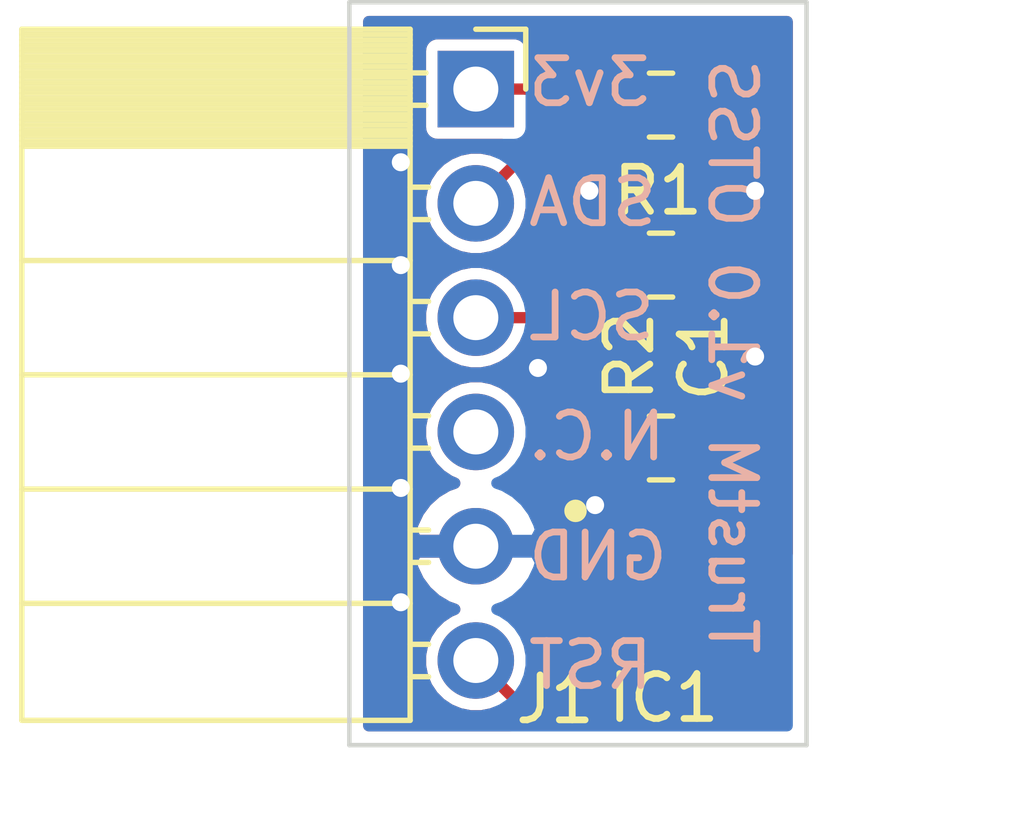
<source format=kicad_pcb>
(kicad_pcb (version 20171130) (host pcbnew "(5.1.5)-3")

  (general
    (thickness 1.6)
    (drawings 11)
    (tracks 52)
    (zones 0)
    (modules 5)
    (nets 12)
  )

  (page A4)
  (title_block
    (title "TrustM breakout board for RPi")
    (date 2020-10-17)
    (rev 1.0)
    (company "OTS Security")
    (comment 1 "CC-BY 4.0")
  )

  (layers
    (0 F.Cu signal)
    (31 B.Cu signal)
    (32 B.Adhes user)
    (33 F.Adhes user)
    (34 B.Paste user)
    (35 F.Paste user)
    (36 B.SilkS user)
    (37 F.SilkS user)
    (38 B.Mask user)
    (39 F.Mask user)
    (40 Dwgs.User user)
    (41 Cmts.User user)
    (42 Eco1.User user)
    (43 Eco2.User user)
    (44 Edge.Cuts user)
    (45 Margin user)
    (46 B.CrtYd user)
    (47 F.CrtYd user)
    (48 B.Fab user hide)
    (49 F.Fab user)
  )

  (setup
    (last_trace_width 0.25)
    (trace_clearance 0.2)
    (zone_clearance 0.254)
    (zone_45_only no)
    (trace_min 0.2)
    (via_size 0.8)
    (via_drill 0.4)
    (via_min_size 0.4)
    (via_min_drill 0.3)
    (uvia_size 0.3)
    (uvia_drill 0.1)
    (uvias_allowed no)
    (uvia_min_size 0.2)
    (uvia_min_drill 0.1)
    (edge_width 0.05)
    (segment_width 0.2)
    (pcb_text_width 0.3)
    (pcb_text_size 1.5 1.5)
    (mod_edge_width 0.12)
    (mod_text_size 1 1)
    (mod_text_width 0.15)
    (pad_size 1.524 1.524)
    (pad_drill 0.762)
    (pad_to_mask_clearance 0.051)
    (solder_mask_min_width 0.25)
    (aux_axis_origin 0 0)
    (visible_elements 7FFFFFFF)
    (pcbplotparams
      (layerselection 0x010fc_ffffffff)
      (usegerberextensions false)
      (usegerberattributes false)
      (usegerberadvancedattributes false)
      (creategerberjobfile false)
      (excludeedgelayer true)
      (linewidth 0.100000)
      (plotframeref false)
      (viasonmask false)
      (mode 1)
      (useauxorigin false)
      (hpglpennumber 1)
      (hpglpenspeed 20)
      (hpglpendiameter 15.000000)
      (psnegative false)
      (psa4output false)
      (plotreference true)
      (plotvalue true)
      (plotinvisibletext false)
      (padsonsilk false)
      (subtractmaskfromsilk false)
      (outputformat 1)
      (mirror false)
      (drillshape 1)
      (scaleselection 1)
      (outputdirectory ""))
  )

  (net 0 "")
  (net 1 GND)
  (net 2 +3V3)
  (net 3 "Net-(IC1-Pad7)")
  (net 4 "Net-(IC1-Pad6)")
  (net 5 "Net-(IC1-Pad5)")
  (net 6 "Net-(IC1-Pad4)")
  (net 7 "Net-(IC1-Pad2)")
  (net 8 "Net-(J1-Pad4)")
  (net 9 /RST)
  (net 10 /SCL)
  (net 11 /SDA)

  (net_class Default "Ceci est la Netclass par défaut."
    (clearance 0.2)
    (trace_width 0.25)
    (via_dia 0.8)
    (via_drill 0.4)
    (uvia_dia 0.3)
    (uvia_drill 0.1)
    (add_net +3V3)
    (add_net /RST)
    (add_net /SCL)
    (add_net /SDA)
    (add_net GND)
    (add_net "Net-(IC1-Pad2)")
    (add_net "Net-(IC1-Pad4)")
    (add_net "Net-(IC1-Pad5)")
    (add_net "Net-(IC1-Pad6)")
    (add_net "Net-(IC1-Pad7)")
    (add_net "Net-(J1-Pad4)")
  )

  (module Resistor_SMD:R_0805_2012Metric (layer F.Cu) (tedit 5B36C52B) (tstamp 5F6F5FD2)
    (at 146.626 96.012 180)
    (descr "Resistor SMD 0805 (2012 Metric), square (rectangular) end terminal, IPC_7351 nominal, (Body size source: https://docs.google.com/spreadsheets/d/1BsfQQcO9C6DZCsRaXUlFlo91Tg2WpOkGARC1WS5S8t0/edit?usp=sharing), generated with kicad-footprint-generator")
    (tags resistor)
    (path /5F6F9937)
    (attr smd)
    (fp_text reference R2 (at 0.703 -2.032 90) (layer F.SilkS)
      (effects (font (size 1 1) (thickness 0.15)))
    )
    (fp_text value 4.7k (at -5.012 -0.1778) (layer F.Fab)
      (effects (font (size 1 1) (thickness 0.15)))
    )
    (fp_text user %R (at -0.05 0.02) (layer F.Fab)
      (effects (font (size 0.5 0.5) (thickness 0.08)))
    )
    (fp_line (start 1.68 0.95) (end -1.68 0.95) (layer F.CrtYd) (width 0.05))
    (fp_line (start 1.68 -0.95) (end 1.68 0.95) (layer F.CrtYd) (width 0.05))
    (fp_line (start -1.68 -0.95) (end 1.68 -0.95) (layer F.CrtYd) (width 0.05))
    (fp_line (start -1.68 0.95) (end -1.68 -0.95) (layer F.CrtYd) (width 0.05))
    (fp_line (start -0.258578 0.71) (end 0.258578 0.71) (layer F.SilkS) (width 0.12))
    (fp_line (start -0.258578 -0.71) (end 0.258578 -0.71) (layer F.SilkS) (width 0.12))
    (fp_line (start 1 0.6) (end -1 0.6) (layer F.Fab) (width 0.1))
    (fp_line (start 1 -0.6) (end 1 0.6) (layer F.Fab) (width 0.1))
    (fp_line (start -1 -0.6) (end 1 -0.6) (layer F.Fab) (width 0.1))
    (fp_line (start -1 0.6) (end -1 -0.6) (layer F.Fab) (width 0.1))
    (pad 2 smd roundrect (at 0.9375 0 180) (size 0.975 1.4) (layers F.Cu F.Paste F.Mask) (roundrect_rratio 0.25)
      (net 10 /SCL))
    (pad 1 smd roundrect (at -0.9375 0 180) (size 0.975 1.4) (layers F.Cu F.Paste F.Mask) (roundrect_rratio 0.25)
      (net 2 +3V3))
    (model ${KIPRJMOD}/shapes3D/R_0805_2012Metric.wrl
      (at (xyz 0 0 0))
      (scale (xyz 1 1 1))
      (rotate (xyz 0 0 0))
    )
  )

  (module Resistor_SMD:R_0805_2012Metric (layer F.Cu) (tedit 5B36C52B) (tstamp 5F6F5FC1)
    (at 146.626 92.456 180)
    (descr "Resistor SMD 0805 (2012 Metric), square (rectangular) end terminal, IPC_7351 nominal, (Body size source: https://docs.google.com/spreadsheets/d/1BsfQQcO9C6DZCsRaXUlFlo91Tg2WpOkGARC1WS5S8t0/edit?usp=sharing), generated with kicad-footprint-generator")
    (tags resistor)
    (path /5F6F7C19)
    (attr smd)
    (fp_text reference R1 (at 0.068 -1.905 180) (layer F.SilkS)
      (effects (font (size 1 1) (thickness 0.15)))
    )
    (fp_text value 4.7k (at -5.0628 0.0254) (layer F.Fab)
      (effects (font (size 1 1) (thickness 0.15)))
    )
    (fp_text user %R (at 0 0) (layer F.Fab)
      (effects (font (size 0.5 0.5) (thickness 0.08)))
    )
    (fp_line (start 1.68 0.95) (end -1.68 0.95) (layer F.CrtYd) (width 0.05))
    (fp_line (start 1.68 -0.95) (end 1.68 0.95) (layer F.CrtYd) (width 0.05))
    (fp_line (start -1.68 -0.95) (end 1.68 -0.95) (layer F.CrtYd) (width 0.05))
    (fp_line (start -1.68 0.95) (end -1.68 -0.95) (layer F.CrtYd) (width 0.05))
    (fp_line (start -0.258578 0.71) (end 0.258578 0.71) (layer F.SilkS) (width 0.12))
    (fp_line (start -0.258578 -0.71) (end 0.258578 -0.71) (layer F.SilkS) (width 0.12))
    (fp_line (start 1 0.6) (end -1 0.6) (layer F.Fab) (width 0.1))
    (fp_line (start 1 -0.6) (end 1 0.6) (layer F.Fab) (width 0.1))
    (fp_line (start -1 -0.6) (end 1 -0.6) (layer F.Fab) (width 0.1))
    (fp_line (start -1 0.6) (end -1 -0.6) (layer F.Fab) (width 0.1))
    (pad 2 smd roundrect (at 0.9375 0 180) (size 0.975 1.4) (layers F.Cu F.Paste F.Mask) (roundrect_rratio 0.25)
      (net 11 /SDA))
    (pad 1 smd roundrect (at -0.9375 0 180) (size 0.975 1.4) (layers F.Cu F.Paste F.Mask) (roundrect_rratio 0.25)
      (net 2 +3V3))
    (model ${KIPRJMOD}/shapes3D/R_0805_2012Metric.wrl
      (at (xyz 0 0 0))
      (scale (xyz 1 1 1))
      (rotate (xyz 0 0 0))
    )
  )

  (module Connector_PinSocket_2.54mm:PinSocket_1x06_P2.54mm_Horizontal (layer F.Cu) (tedit 5A19A42D) (tstamp 5F6F5FB0)
    (at 142.51 92.1)
    (descr "Through hole angled socket strip, 1x06, 2.54mm pitch, 8.51mm socket length, single row (from Kicad 4.0.7), script generated")
    (tags "Through hole angled socket strip THT 1x06 2.54mm single row")
    (path /5F6F63C5)
    (fp_text reference J1 (at 1.762 13.564) (layer F.SilkS)
      (effects (font (size 1 1) (thickness 0.15)))
    )
    (fp_text value Conn_01x06 (at -4.38 15.47) (layer F.Fab)
      (effects (font (size 1 1) (thickness 0.15)))
    )
    (fp_text user %R (at -5.775 6.35 90) (layer F.Fab)
      (effects (font (size 1 1) (thickness 0.15)))
    )
    (fp_line (start 1.75 14.45) (end 1.75 -1.8) (layer F.CrtYd) (width 0.05))
    (fp_line (start -10.55 14.45) (end 1.75 14.45) (layer F.CrtYd) (width 0.05))
    (fp_line (start -10.55 -1.8) (end -10.55 14.45) (layer F.CrtYd) (width 0.05))
    (fp_line (start 1.75 -1.8) (end -10.55 -1.8) (layer F.CrtYd) (width 0.05))
    (fp_line (start 0 -1.33) (end 1.11 -1.33) (layer F.SilkS) (width 0.12))
    (fp_line (start 1.11 -1.33) (end 1.11 0) (layer F.SilkS) (width 0.12))
    (fp_line (start -10.09 -1.33) (end -10.09 14.03) (layer F.SilkS) (width 0.12))
    (fp_line (start -10.09 14.03) (end -1.46 14.03) (layer F.SilkS) (width 0.12))
    (fp_line (start -1.46 -1.33) (end -1.46 14.03) (layer F.SilkS) (width 0.12))
    (fp_line (start -10.09 -1.33) (end -1.46 -1.33) (layer F.SilkS) (width 0.12))
    (fp_line (start -10.09 11.43) (end -1.46 11.43) (layer F.SilkS) (width 0.12))
    (fp_line (start -10.09 8.89) (end -1.46 8.89) (layer F.SilkS) (width 0.12))
    (fp_line (start -10.09 6.35) (end -1.46 6.35) (layer F.SilkS) (width 0.12))
    (fp_line (start -10.09 3.81) (end -1.46 3.81) (layer F.SilkS) (width 0.12))
    (fp_line (start -10.09 1.27) (end -1.46 1.27) (layer F.SilkS) (width 0.12))
    (fp_line (start -1.46 13.06) (end -1.05 13.06) (layer F.SilkS) (width 0.12))
    (fp_line (start -1.46 12.34) (end -1.05 12.34) (layer F.SilkS) (width 0.12))
    (fp_line (start -1.46 10.52) (end -1.05 10.52) (layer F.SilkS) (width 0.12))
    (fp_line (start -1.46 9.8) (end -1.05 9.8) (layer F.SilkS) (width 0.12))
    (fp_line (start -1.46 7.98) (end -1.05 7.98) (layer F.SilkS) (width 0.12))
    (fp_line (start -1.46 7.26) (end -1.05 7.26) (layer F.SilkS) (width 0.12))
    (fp_line (start -1.46 5.44) (end -1.05 5.44) (layer F.SilkS) (width 0.12))
    (fp_line (start -1.46 4.72) (end -1.05 4.72) (layer F.SilkS) (width 0.12))
    (fp_line (start -1.46 2.9) (end -1.05 2.9) (layer F.SilkS) (width 0.12))
    (fp_line (start -1.46 2.18) (end -1.05 2.18) (layer F.SilkS) (width 0.12))
    (fp_line (start -1.46 0.36) (end -1.11 0.36) (layer F.SilkS) (width 0.12))
    (fp_line (start -1.46 -0.36) (end -1.11 -0.36) (layer F.SilkS) (width 0.12))
    (fp_line (start -10.09 1.1519) (end -1.46 1.1519) (layer F.SilkS) (width 0.12))
    (fp_line (start -10.09 1.033805) (end -1.46 1.033805) (layer F.SilkS) (width 0.12))
    (fp_line (start -10.09 0.91571) (end -1.46 0.91571) (layer F.SilkS) (width 0.12))
    (fp_line (start -10.09 0.797615) (end -1.46 0.797615) (layer F.SilkS) (width 0.12))
    (fp_line (start -10.09 0.67952) (end -1.46 0.67952) (layer F.SilkS) (width 0.12))
    (fp_line (start -10.09 0.561425) (end -1.46 0.561425) (layer F.SilkS) (width 0.12))
    (fp_line (start -10.09 0.44333) (end -1.46 0.44333) (layer F.SilkS) (width 0.12))
    (fp_line (start -10.09 0.325235) (end -1.46 0.325235) (layer F.SilkS) (width 0.12))
    (fp_line (start -10.09 0.20714) (end -1.46 0.20714) (layer F.SilkS) (width 0.12))
    (fp_line (start -10.09 0.089045) (end -1.46 0.089045) (layer F.SilkS) (width 0.12))
    (fp_line (start -10.09 -0.02905) (end -1.46 -0.02905) (layer F.SilkS) (width 0.12))
    (fp_line (start -10.09 -0.147145) (end -1.46 -0.147145) (layer F.SilkS) (width 0.12))
    (fp_line (start -10.09 -0.26524) (end -1.46 -0.26524) (layer F.SilkS) (width 0.12))
    (fp_line (start -10.09 -0.383335) (end -1.46 -0.383335) (layer F.SilkS) (width 0.12))
    (fp_line (start -10.09 -0.50143) (end -1.46 -0.50143) (layer F.SilkS) (width 0.12))
    (fp_line (start -10.09 -0.619525) (end -1.46 -0.619525) (layer F.SilkS) (width 0.12))
    (fp_line (start -10.09 -0.73762) (end -1.46 -0.73762) (layer F.SilkS) (width 0.12))
    (fp_line (start -10.09 -0.855715) (end -1.46 -0.855715) (layer F.SilkS) (width 0.12))
    (fp_line (start -10.09 -0.97381) (end -1.46 -0.97381) (layer F.SilkS) (width 0.12))
    (fp_line (start -10.09 -1.091905) (end -1.46 -1.091905) (layer F.SilkS) (width 0.12))
    (fp_line (start -10.09 -1.21) (end -1.46 -1.21) (layer F.SilkS) (width 0.12))
    (fp_line (start 0 13) (end 0 12.4) (layer F.Fab) (width 0.1))
    (fp_line (start -1.52 13) (end 0 13) (layer F.Fab) (width 0.1))
    (fp_line (start 0 12.4) (end -1.52 12.4) (layer F.Fab) (width 0.1))
    (fp_line (start 0 10.46) (end 0 9.86) (layer F.Fab) (width 0.1))
    (fp_line (start -1.52 10.46) (end 0 10.46) (layer F.Fab) (width 0.1))
    (fp_line (start 0 9.86) (end -1.52 9.86) (layer F.Fab) (width 0.1))
    (fp_line (start 0 7.92) (end 0 7.32) (layer F.Fab) (width 0.1))
    (fp_line (start -1.52 7.92) (end 0 7.92) (layer F.Fab) (width 0.1))
    (fp_line (start 0 7.32) (end -1.52 7.32) (layer F.Fab) (width 0.1))
    (fp_line (start 0 5.38) (end 0 4.78) (layer F.Fab) (width 0.1))
    (fp_line (start -1.52 5.38) (end 0 5.38) (layer F.Fab) (width 0.1))
    (fp_line (start 0 4.78) (end -1.52 4.78) (layer F.Fab) (width 0.1))
    (fp_line (start 0 2.84) (end 0 2.24) (layer F.Fab) (width 0.1))
    (fp_line (start -1.52 2.84) (end 0 2.84) (layer F.Fab) (width 0.1))
    (fp_line (start 0 2.24) (end -1.52 2.24) (layer F.Fab) (width 0.1))
    (fp_line (start 0 0.3) (end 0 -0.3) (layer F.Fab) (width 0.1))
    (fp_line (start -1.52 0.3) (end 0 0.3) (layer F.Fab) (width 0.1))
    (fp_line (start 0 -0.3) (end -1.52 -0.3) (layer F.Fab) (width 0.1))
    (fp_line (start -10.03 13.97) (end -10.03 -1.27) (layer F.Fab) (width 0.1))
    (fp_line (start -1.52 13.97) (end -10.03 13.97) (layer F.Fab) (width 0.1))
    (fp_line (start -1.52 -0.3) (end -1.52 13.97) (layer F.Fab) (width 0.1))
    (fp_line (start -2.49 -1.27) (end -1.52 -0.3) (layer F.Fab) (width 0.1))
    (fp_line (start -10.03 -1.27) (end -2.49 -1.27) (layer F.Fab) (width 0.1))
    (pad 6 thru_hole oval (at 0 12.7) (size 1.7 1.7) (drill 1) (layers *.Cu *.Mask)
      (net 9 /RST))
    (pad 5 thru_hole oval (at 0 10.16) (size 1.7 1.7) (drill 1) (layers *.Cu *.Mask)
      (net 1 GND))
    (pad 4 thru_hole oval (at 0 7.62) (size 1.7 1.7) (drill 1) (layers *.Cu *.Mask)
      (net 8 "Net-(J1-Pad4)"))
    (pad 3 thru_hole oval (at 0 5.08) (size 1.7 1.7) (drill 1) (layers *.Cu *.Mask)
      (net 10 /SCL))
    (pad 2 thru_hole oval (at 0 2.54) (size 1.7 1.7) (drill 1) (layers *.Cu *.Mask)
      (net 11 /SDA))
    (pad 1 thru_hole rect (at 0 0) (size 1.7 1.7) (drill 1) (layers *.Cu *.Mask)
      (net 2 +3V3))
    (model ${KIPRJMOD}/shapes3D/PinSocket_1x06_P2.54mm_Horizontal.wrl
      (at (xyz 0 0 0))
      (scale (xyz 1 1 1))
      (rotate (xyz 0 0 0))
    )
  )

  (module SamacSys_Parts:SON50P300X300X60-11N-D (layer F.Cu) (tedit 0) (tstamp 5F6F5F5E)
    (at 146.626 103.124)
    (descr PG-USON)
    (tags "Integrated Circuit")
    (path /5F6F0C33)
    (attr smd)
    (fp_text reference IC1 (at 0.059 2.51 180) (layer F.SilkS)
      (effects (font (size 1 1) (thickness 0.15)))
    )
    (fp_text value SLS32AIA010MSUSON10XTMA2 (at 0 0) (layer F.SilkS) hide
      (effects (font (size 1.27 1.27) (thickness 0.254)))
    )
    (fp_circle (center -1.9 -1.65) (end -1.9 -1.525) (layer F.SilkS) (width 0.25))
    (fp_line (start -1.5 -0.75) (end -0.75 -1.5) (layer F.Fab) (width 0.1))
    (fp_line (start -1.5 1.5) (end -1.5 -1.5) (layer F.Fab) (width 0.1))
    (fp_line (start 1.5 1.5) (end -1.5 1.5) (layer F.Fab) (width 0.1))
    (fp_line (start 1.5 -1.5) (end 1.5 1.5) (layer F.Fab) (width 0.1))
    (fp_line (start -1.5 -1.5) (end 1.5 -1.5) (layer F.Fab) (width 0.1))
    (fp_line (start -2.125 1.75) (end -2.125 -1.75) (layer F.CrtYd) (width 0.05))
    (fp_line (start 2.125 1.75) (end -2.125 1.75) (layer F.CrtYd) (width 0.05))
    (fp_line (start 2.125 -1.75) (end 2.125 1.75) (layer F.CrtYd) (width 0.05))
    (fp_line (start -2.125 -1.75) (end 2.125 -1.75) (layer F.CrtYd) (width 0.05))
    (fp_text user %R (at 0 0) (layer F.Fab)
      (effects (font (size 1.27 1.27) (thickness 0.254)))
    )
    (pad 11 smd rect (at 0 0) (size 1.8 2.6) (layers F.Cu F.Paste F.Mask)
      (net 1 GND))
    (pad 10 smd rect (at 1.5 -1 90) (size 0.3 0.8) (layers F.Cu F.Paste F.Mask)
      (net 2 +3V3))
    (pad 9 smd rect (at 1.5 -0.5 90) (size 0.3 0.8) (layers F.Cu F.Paste F.Mask)
      (net 9 /RST))
    (pad 8 smd rect (at 1.5 0 90) (size 0.3 0.8) (layers F.Cu F.Paste F.Mask)
      (net 10 /SCL))
    (pad 7 smd rect (at 1.5 0.5 90) (size 0.3 0.8) (layers F.Cu F.Paste F.Mask)
      (net 3 "Net-(IC1-Pad7)"))
    (pad 6 smd rect (at 1.5 1 90) (size 0.3 0.8) (layers F.Cu F.Paste F.Mask)
      (net 4 "Net-(IC1-Pad6)"))
    (pad 5 smd rect (at -1.5 1 90) (size 0.3 0.8) (layers F.Cu F.Paste F.Mask)
      (net 5 "Net-(IC1-Pad5)"))
    (pad 4 smd rect (at -1.5 0.5 90) (size 0.3 0.8) (layers F.Cu F.Paste F.Mask)
      (net 6 "Net-(IC1-Pad4)"))
    (pad 3 smd rect (at -1.5 0 90) (size 0.3 0.8) (layers F.Cu F.Paste F.Mask)
      (net 11 /SDA))
    (pad 2 smd rect (at -1.5 -0.5 90) (size 0.3 0.8) (layers F.Cu F.Paste F.Mask)
      (net 7 "Net-(IC1-Pad2)"))
    (pad 1 smd rect (at -1.5 -1 90) (size 0.3 0.8) (layers F.Cu F.Paste F.Mask)
      (net 1 GND))
    (model ${KIPRJMOD}/shapes3D/SLS32AIA010MSUSON10XTMA2.stp
      (at (xyz 0 0 0))
      (scale (xyz 1 1 1))
      (rotate (xyz 0 0 0))
    )
  )

  (module Capacitor_SMD:C_0805_2012Metric (layer F.Cu) (tedit 5B36C52B) (tstamp 5F6F5F44)
    (at 146.626 100.076 180)
    (descr "Capacitor SMD 0805 (2012 Metric), square (rectangular) end terminal, IPC_7351 nominal, (Body size source: https://docs.google.com/spreadsheets/d/1BsfQQcO9C6DZCsRaXUlFlo91Tg2WpOkGARC1WS5S8t0/edit?usp=sharing), generated with kicad-footprint-generator")
    (tags capacitor)
    (path /5F7037F1)
    (attr smd)
    (fp_text reference C1 (at -0.948 2.032 90) (layer F.SilkS)
      (effects (font (size 1 1) (thickness 0.15)))
    )
    (fp_text value 100nF (at -5.647 0.0254) (layer F.Fab)
      (effects (font (size 1 1) (thickness 0.15)))
    )
    (fp_text user %R (at 0 0) (layer F.Fab)
      (effects (font (size 0.5 0.5) (thickness 0.08)))
    )
    (fp_line (start 1.68 0.95) (end -1.68 0.95) (layer F.CrtYd) (width 0.05))
    (fp_line (start 1.68 -0.95) (end 1.68 0.95) (layer F.CrtYd) (width 0.05))
    (fp_line (start -1.68 -0.95) (end 1.68 -0.95) (layer F.CrtYd) (width 0.05))
    (fp_line (start -1.68 0.95) (end -1.68 -0.95) (layer F.CrtYd) (width 0.05))
    (fp_line (start -0.258578 0.71) (end 0.258578 0.71) (layer F.SilkS) (width 0.12))
    (fp_line (start -0.258578 -0.71) (end 0.258578 -0.71) (layer F.SilkS) (width 0.12))
    (fp_line (start 1 0.6) (end -1 0.6) (layer F.Fab) (width 0.1))
    (fp_line (start 1 -0.6) (end 1 0.6) (layer F.Fab) (width 0.1))
    (fp_line (start -1 -0.6) (end 1 -0.6) (layer F.Fab) (width 0.1))
    (fp_line (start -1 0.6) (end -1 -0.6) (layer F.Fab) (width 0.1))
    (pad 2 smd roundrect (at 0.9375 0 180) (size 0.975 1.4) (layers F.Cu F.Paste F.Mask) (roundrect_rratio 0.25)
      (net 1 GND))
    (pad 1 smd roundrect (at -0.9375 0 180) (size 0.975 1.4) (layers F.Cu F.Paste F.Mask) (roundrect_rratio 0.25)
      (net 2 +3V3))
    (model ${KIPRJMOD}/shapes3D/C_0805_2012Metric.wrl
      (at (xyz 0 0 0))
      (scale (xyz 1 1 1))
      (rotate (xyz 0 0 0))
    )
  )

  (gr_text RST (at 145.05781 104.902) (layer B.SilkS) (tstamp 5F6F7327)
    (effects (font (size 1 1) (thickness 0.15)) (justify mirror))
  )
  (gr_text GND (at 145.224476 102.489) (layer B.SilkS) (tstamp 5F6F7324)
    (effects (font (size 1 1) (thickness 0.15)) (justify mirror))
  )
  (gr_text N.C. (at 145.200667 99.822) (layer B.SilkS) (tstamp 5F6F7321)
    (effects (font (size 1 1) (thickness 0.15)) (justify mirror))
  )
  (gr_text SCL (at 145.081619 97.155) (layer B.SilkS) (tstamp 5F6F731E)
    (effects (font (size 1 1) (thickness 0.15)) (justify mirror))
  )
  (gr_text SDA (at 145.105429 94.615) (layer B.SilkS) (tstamp 5F6F71CA)
    (effects (font (size 1 1) (thickness 0.15)) (justify mirror))
  )
  (gr_text 3v3 (at 145.034 91.948) (layer B.SilkS) (tstamp 5F6F71C5)
    (effects (font (size 1 1) (thickness 0.15)) (justify mirror))
  )
  (gr_text "TrustM v1.0 OTSS\n" (at 148.209 98.044 270) (layer B.SilkS)
    (effects (font (size 1 1) (thickness 0.15)) (justify mirror))
  )
  (gr_line (start 149.86 90.17) (end 149.86 106.68) (layer Edge.Cuts) (width 0.1))
  (gr_line (start 139.7 90.17) (end 149.86 90.17) (layer Edge.Cuts) (width 0.1))
  (gr_line (start 139.7 106.68) (end 139.7 90.17) (layer Edge.Cuts) (width 0.1))
  (gr_line (start 149.86 106.68) (end 139.7 106.68) (layer Edge.Cuts) (width 0.1))

  (via (at 145.161 101.346) (size 0.8) (drill 0.4) (layers F.Cu B.Cu) (net 1))
  (via (at 148.717 94.361) (size 0.8) (drill 0.4) (layers F.Cu B.Cu) (net 1))
  (via (at 148.717 98.044) (size 0.8) (drill 0.4) (layers F.Cu B.Cu) (net 1))
  (via (at 145.034 94.361) (size 0.8) (drill 0.4) (layers F.Cu B.Cu) (net 1))
  (segment (start 145.6885 100.8185) (end 145.161 101.346) (width 0.25) (layer F.Cu) (net 1))
  (segment (start 145.6885 100.076) (end 145.6885 100.8185) (width 0.25) (layer F.Cu) (net 1))
  (segment (start 145.126 101.381) (end 145.161 101.346) (width 0.25) (layer F.Cu) (net 1))
  (segment (start 145.126 102.124) (end 145.126 101.381) (width 0.25) (layer F.Cu) (net 1))
  (segment (start 146.626 102.988998) (end 146.626 103.124) (width 0.25) (layer F.Cu) (net 1))
  (segment (start 145.761002 102.124) (end 146.626 102.988998) (width 0.25) (layer F.Cu) (net 1))
  (segment (start 145.126 102.124) (end 145.761002 102.124) (width 0.25) (layer F.Cu) (net 1))
  (via (at 140.843 93.726) (size 0.8) (drill 0.4) (layers F.Cu B.Cu) (net 1))
  (via (at 140.843 96.012) (size 0.8) (drill 0.4) (layers F.Cu B.Cu) (net 1))
  (via (at 140.843 98.425) (size 0.8) (drill 0.4) (layers F.Cu B.Cu) (net 1))
  (via (at 140.843 100.965) (size 0.8) (drill 0.4) (layers F.Cu B.Cu) (net 1))
  (via (at 140.843 103.505) (size 0.8) (drill 0.4) (layers F.Cu B.Cu) (net 1))
  (via (at 143.891 98.298) (size 0.8) (drill 0.4) (layers F.Cu B.Cu) (net 1))
  (segment (start 148.126 100.6385) (end 148.126 102.124) (width 0.25) (layer F.Cu) (net 2))
  (segment (start 147.5635 100.076) (end 148.126 100.6385) (width 0.25) (layer F.Cu) (net 2))
  (segment (start 147.5635 92.456) (end 147.5635 96.012) (width 0.25) (layer F.Cu) (net 2))
  (segment (start 147.5635 96.712) (end 147.5635 100.076) (width 0.25) (layer F.Cu) (net 2))
  (segment (start 147.5635 96.012) (end 147.5635 96.712) (width 0.25) (layer F.Cu) (net 2))
  (segment (start 146.53849 91.43099) (end 147.077973 91.970473) (width 0.25) (layer F.Cu) (net 2))
  (segment (start 144.27901 91.43099) (end 146.53849 91.43099) (width 0.25) (layer F.Cu) (net 2))
  (segment (start 143.61 92.1) (end 144.27901 91.43099) (width 0.25) (layer F.Cu) (net 2))
  (segment (start 147.077973 91.970473) (end 147.5635 92.456) (width 0.25) (layer F.Cu) (net 2))
  (segment (start 142.51 92.1) (end 143.61 92.1) (width 0.25) (layer F.Cu) (net 2))
  (segment (start 143.359999 105.649999) (end 142.51 104.8) (width 0.25) (layer F.Cu) (net 9))
  (segment (start 148.371413 105.649999) (end 143.359999 105.649999) (width 0.25) (layer F.Cu) (net 9))
  (segment (start 149.30101 104.720402) (end 148.371413 105.649999) (width 0.25) (layer F.Cu) (net 9))
  (segment (start 149.301011 103.012601) (end 149.30101 104.720402) (width 0.25) (layer F.Cu) (net 9))
  (segment (start 148.91241 102.624) (end 149.301011 103.012601) (width 0.25) (layer F.Cu) (net 9))
  (segment (start 148.126 102.624) (end 148.91241 102.624) (width 0.25) (layer F.Cu) (net 9))
  (segment (start 144.5205 97.18) (end 145.6885 96.012) (width 0.25) (layer F.Cu) (net 10))
  (segment (start 148.776 103.124) (end 148.126 103.124) (width 0.25) (layer F.Cu) (net 10))
  (segment (start 148.851001 103.199001) (end 148.776 103.124) (width 0.25) (layer F.Cu) (net 10))
  (segment (start 148.636001 104.749001) (end 148.851001 104.534001) (width 0.25) (layer F.Cu) (net 10))
  (segment (start 144.615999 104.749001) (end 148.636001 104.749001) (width 0.25) (layer F.Cu) (net 10))
  (segment (start 143.950989 104.083991) (end 144.615999 104.749001) (width 0.25) (layer F.Cu) (net 10))
  (segment (start 143.950989 99.672751) (end 143.950989 104.083991) (width 0.25) (layer F.Cu) (net 10))
  (segment (start 145.6885 97.93524) (end 143.950989 99.672751) (width 0.25) (layer F.Cu) (net 10))
  (segment (start 148.851001 104.534001) (end 148.851001 103.199001) (width 0.25) (layer F.Cu) (net 10))
  (segment (start 145.6885 96.012) (end 145.6885 97.93524) (width 0.25) (layer F.Cu) (net 10))
  (segment (start 142.51 97.18) (end 144.5205 97.18) (width 0.25) (layer F.Cu) (net 10))
  (segment (start 144.400999 103.048999) (end 144.476 103.124) (width 0.25) (layer F.Cu) (net 11))
  (segment (start 144.400999 99.859151) (end 144.400999 103.048999) (width 0.25) (layer F.Cu) (net 11))
  (segment (start 144.476 103.124) (end 145.126 103.124) (width 0.25) (layer F.Cu) (net 11))
  (segment (start 146.50101 97.75914) (end 144.400999 99.859151) (width 0.25) (layer F.Cu) (net 11))
  (segment (start 146.50101 93.26851) (end 146.50101 97.75914) (width 0.25) (layer F.Cu) (net 11))
  (segment (start 145.6885 92.456) (end 146.50101 93.26851) (width 0.25) (layer F.Cu) (net 11))
  (segment (start 144.694 92.456) (end 145.6885 92.456) (width 0.25) (layer F.Cu) (net 11))
  (segment (start 142.51 94.64) (end 144.694 92.456) (width 0.25) (layer F.Cu) (net 11))

  (zone (net 1) (net_name GND) (layer F.Cu) (tstamp 0) (hatch edge 0.508)
    (connect_pads (clearance 0.254))
    (min_thickness 0.254)
    (fill yes (arc_segments 32) (thermal_gap 0.508) (thermal_bridge_width 0.508))
    (polygon
      (pts
        (xy 149.86 106.68) (xy 139.7 106.68) (xy 139.7 90.17) (xy 149.86 90.17)
      )
    )
    (filled_polygon
      (pts
        (xy 149.429001 102.424999) (xy 149.287786 102.283785) (xy 149.271937 102.264473) (xy 149.194889 102.201241) (xy 149.106985 102.154255)
        (xy 149.011603 102.125322) (xy 148.937264 102.118) (xy 148.937256 102.118) (xy 148.91241 102.115553) (xy 148.908843 102.115904)
        (xy 148.908843 101.974) (xy 148.901487 101.899311) (xy 148.879701 101.827492) (xy 148.844322 101.761304) (xy 148.796711 101.703289)
        (xy 148.738696 101.655678) (xy 148.672508 101.620299) (xy 148.632 101.608011) (xy 148.632 100.663345) (xy 148.634447 100.638499)
        (xy 148.632 100.613653) (xy 148.632 100.613646) (xy 148.624678 100.539307) (xy 148.622538 100.53225) (xy 148.595745 100.443925)
        (xy 148.591256 100.435527) (xy 148.548759 100.356021) (xy 148.485527 100.278973) (xy 148.46622 100.263128) (xy 148.433843 100.230751)
        (xy 148.433843 99.61975) (xy 148.421803 99.497508) (xy 148.386146 99.379963) (xy 148.328243 99.271634) (xy 148.250318 99.176682)
        (xy 148.155366 99.098757) (xy 148.0695 99.052861) (xy 148.0695 97.035139) (xy 148.155366 96.989243) (xy 148.250318 96.911318)
        (xy 148.328243 96.816366) (xy 148.386146 96.708037) (xy 148.421803 96.590492) (xy 148.433843 96.46825) (xy 148.433843 95.55575)
        (xy 148.421803 95.433508) (xy 148.386146 95.315963) (xy 148.328243 95.207634) (xy 148.250318 95.112682) (xy 148.155366 95.034757)
        (xy 148.0695 94.988861) (xy 148.0695 93.479139) (xy 148.155366 93.433243) (xy 148.250318 93.355318) (xy 148.328243 93.260366)
        (xy 148.386146 93.152037) (xy 148.421803 93.034492) (xy 148.433843 92.91225) (xy 148.433843 91.99975) (xy 148.421803 91.877508)
        (xy 148.386146 91.759963) (xy 148.328243 91.651634) (xy 148.250318 91.556682) (xy 148.155366 91.478757) (xy 148.047037 91.420854)
        (xy 147.929492 91.385197) (xy 147.80725 91.373157) (xy 147.31975 91.373157) (xy 147.207322 91.38423) (xy 146.913866 91.090775)
        (xy 146.898017 91.071463) (xy 146.820969 91.008231) (xy 146.733065 90.961245) (xy 146.637683 90.932312) (xy 146.563344 90.92499)
        (xy 146.563336 90.92499) (xy 146.53849 90.922543) (xy 146.513644 90.92499) (xy 144.303855 90.92499) (xy 144.279009 90.922543)
        (xy 144.254163 90.92499) (xy 144.254156 90.92499) (xy 144.179817 90.932312) (xy 144.084435 90.961245) (xy 143.996531 91.008231)
        (xy 143.919483 91.071463) (xy 143.903638 91.09077) (xy 143.742843 91.251565) (xy 143.742843 91.25) (xy 143.735487 91.175311)
        (xy 143.713701 91.103492) (xy 143.678322 91.037304) (xy 143.630711 90.979289) (xy 143.572696 90.931678) (xy 143.506508 90.896299)
        (xy 143.434689 90.874513) (xy 143.36 90.867157) (xy 141.66 90.867157) (xy 141.585311 90.874513) (xy 141.513492 90.896299)
        (xy 141.447304 90.931678) (xy 141.389289 90.979289) (xy 141.341678 91.037304) (xy 141.306299 91.103492) (xy 141.284513 91.175311)
        (xy 141.277157 91.25) (xy 141.277157 92.95) (xy 141.284513 93.024689) (xy 141.306299 93.096508) (xy 141.341678 93.162696)
        (xy 141.389289 93.220711) (xy 141.447304 93.268322) (xy 141.513492 93.303701) (xy 141.585311 93.325487) (xy 141.66 93.332843)
        (xy 143.101566 93.332843) (xy 142.946167 93.488242) (xy 142.869069 93.456307) (xy 142.631243 93.409) (xy 142.388757 93.409)
        (xy 142.150931 93.456307) (xy 141.926903 93.549102) (xy 141.725283 93.68382) (xy 141.55382 93.855283) (xy 141.419102 94.056903)
        (xy 141.326307 94.280931) (xy 141.279 94.518757) (xy 141.279 94.761243) (xy 141.326307 94.999069) (xy 141.419102 95.223097)
        (xy 141.55382 95.424717) (xy 141.725283 95.59618) (xy 141.926903 95.730898) (xy 142.150931 95.823693) (xy 142.388757 95.871)
        (xy 142.631243 95.871) (xy 142.869069 95.823693) (xy 143.093097 95.730898) (xy 143.294717 95.59618) (xy 143.46618 95.424717)
        (xy 143.600898 95.223097) (xy 143.693693 94.999069) (xy 143.741 94.761243) (xy 143.741 94.518757) (xy 143.693693 94.280931)
        (xy 143.661758 94.203833) (xy 144.830407 93.035185) (xy 144.865854 93.152037) (xy 144.923757 93.260366) (xy 145.001682 93.355318)
        (xy 145.096634 93.433243) (xy 145.204963 93.491146) (xy 145.322508 93.526803) (xy 145.44475 93.538843) (xy 145.93225 93.538843)
        (xy 145.99501 93.532662) (xy 145.99501 94.935338) (xy 145.93225 94.929157) (xy 145.44475 94.929157) (xy 145.322508 94.941197)
        (xy 145.204963 94.976854) (xy 145.096634 95.034757) (xy 145.001682 95.112682) (xy 144.923757 95.207634) (xy 144.865854 95.315963)
        (xy 144.830197 95.433508) (xy 144.818157 95.55575) (xy 144.818157 96.166751) (xy 144.310909 96.674) (xy 143.632832 96.674)
        (xy 143.600898 96.596903) (xy 143.46618 96.395283) (xy 143.294717 96.22382) (xy 143.093097 96.089102) (xy 142.869069 95.996307)
        (xy 142.631243 95.949) (xy 142.388757 95.949) (xy 142.150931 95.996307) (xy 141.926903 96.089102) (xy 141.725283 96.22382)
        (xy 141.55382 96.395283) (xy 141.419102 96.596903) (xy 141.326307 96.820931) (xy 141.279 97.058757) (xy 141.279 97.301243)
        (xy 141.326307 97.539069) (xy 141.419102 97.763097) (xy 141.55382 97.964717) (xy 141.725283 98.13618) (xy 141.926903 98.270898)
        (xy 142.150931 98.363693) (xy 142.388757 98.411) (xy 142.631243 98.411) (xy 142.869069 98.363693) (xy 143.093097 98.270898)
        (xy 143.294717 98.13618) (xy 143.46618 97.964717) (xy 143.600898 97.763097) (xy 143.632832 97.686) (xy 144.495654 97.686)
        (xy 144.5205 97.688447) (xy 144.545346 97.686) (xy 144.545354 97.686) (xy 144.619693 97.678678) (xy 144.715075 97.649745)
        (xy 144.802979 97.602759) (xy 144.880027 97.539527) (xy 144.895876 97.520215) (xy 145.182501 97.233591) (xy 145.182501 97.725647)
        (xy 143.650792 99.257357) (xy 143.600898 99.136903) (xy 143.46618 98.935283) (xy 143.294717 98.76382) (xy 143.093097 98.629102)
        (xy 142.869069 98.536307) (xy 142.631243 98.489) (xy 142.388757 98.489) (xy 142.150931 98.536307) (xy 141.926903 98.629102)
        (xy 141.725283 98.76382) (xy 141.55382 98.935283) (xy 141.419102 99.136903) (xy 141.326307 99.360931) (xy 141.279 99.598757)
        (xy 141.279 99.841243) (xy 141.326307 100.079069) (xy 141.419102 100.303097) (xy 141.55382 100.504717) (xy 141.725283 100.67618)
        (xy 141.926903 100.810898) (xy 142.041168 100.858228) (xy 141.878748 100.915843) (xy 141.628645 101.064822) (xy 141.412412 101.259731)
        (xy 141.238359 101.49308) (xy 141.113175 101.755901) (xy 141.068524 101.90311) (xy 141.189845 102.133) (xy 142.383 102.133)
        (xy 142.383 102.113) (xy 142.637 102.113) (xy 142.637 102.133) (xy 142.657 102.133) (xy 142.657 102.387)
        (xy 142.637 102.387) (xy 142.637 102.407) (xy 142.383 102.407) (xy 142.383 102.387) (xy 141.189845 102.387)
        (xy 141.068524 102.61689) (xy 141.113175 102.764099) (xy 141.238359 103.02692) (xy 141.412412 103.260269) (xy 141.628645 103.455178)
        (xy 141.878748 103.604157) (xy 142.041168 103.661772) (xy 141.926903 103.709102) (xy 141.725283 103.84382) (xy 141.55382 104.015283)
        (xy 141.419102 104.216903) (xy 141.326307 104.440931) (xy 141.279 104.678757) (xy 141.279 104.921243) (xy 141.326307 105.159069)
        (xy 141.419102 105.383097) (xy 141.55382 105.584717) (xy 141.725283 105.75618) (xy 141.926903 105.890898) (xy 142.150931 105.983693)
        (xy 142.388757 106.031) (xy 142.631243 106.031) (xy 142.869069 105.983693) (xy 142.946166 105.951758) (xy 142.984627 105.990219)
        (xy 143.000472 106.009526) (xy 143.07752 106.072758) (xy 143.165424 106.119744) (xy 143.256 106.147219) (xy 143.256 106.249)
        (xy 140.131 106.249) (xy 140.131 90.601) (xy 149.429 90.601)
      )
    )
    (filled_polygon
      (pts
        (xy 146.753 102.997) (xy 146.773 102.997) (xy 146.773 103.251) (xy 146.753 103.251) (xy 146.753 103.271)
        (xy 146.499 103.271) (xy 146.499 103.251) (xy 146.479 103.251) (xy 146.479 102.997) (xy 146.499 102.997)
        (xy 146.499 102.977) (xy 146.753 102.977)
      )
    )
    (filled_polygon
      (pts
        (xy 145.088737 102.091157) (xy 144.999 102.091157) (xy 144.999 101.977) (xy 145.088391 101.977)
      )
    )
    (filled_polygon
      (pts
        (xy 145.8155 99.949) (xy 145.8355 99.949) (xy 145.8355 100.203) (xy 145.8155 100.203) (xy 145.8155 100.223)
        (xy 145.5615 100.223) (xy 145.5615 100.203) (xy 145.5415 100.203) (xy 145.5415 99.949) (xy 145.5615 99.949)
        (xy 145.5615 99.929) (xy 145.8155 99.929)
      )
    )
  )
  (zone (net 1) (net_name GND) (layer B.Cu) (tstamp 0) (hatch edge 0.508)
    (connect_pads (clearance 0.254))
    (min_thickness 0.254)
    (fill yes (arc_segments 32) (thermal_gap 0.508) (thermal_bridge_width 0.508))
    (polygon
      (pts
        (xy 149.86 106.68) (xy 139.7 106.68) (xy 139.7 90.17) (xy 149.86 90.17)
      )
    )
    (filled_polygon
      (pts
        (xy 149.429001 106.249) (xy 140.131 106.249) (xy 140.131 102.61689) (xy 141.068524 102.61689) (xy 141.113175 102.764099)
        (xy 141.238359 103.02692) (xy 141.412412 103.260269) (xy 141.628645 103.455178) (xy 141.878748 103.604157) (xy 142.041168 103.661772)
        (xy 141.926903 103.709102) (xy 141.725283 103.84382) (xy 141.55382 104.015283) (xy 141.419102 104.216903) (xy 141.326307 104.440931)
        (xy 141.279 104.678757) (xy 141.279 104.921243) (xy 141.326307 105.159069) (xy 141.419102 105.383097) (xy 141.55382 105.584717)
        (xy 141.725283 105.75618) (xy 141.926903 105.890898) (xy 142.150931 105.983693) (xy 142.388757 106.031) (xy 142.631243 106.031)
        (xy 142.869069 105.983693) (xy 143.093097 105.890898) (xy 143.294717 105.75618) (xy 143.46618 105.584717) (xy 143.600898 105.383097)
        (xy 143.693693 105.159069) (xy 143.741 104.921243) (xy 143.741 104.678757) (xy 143.693693 104.440931) (xy 143.600898 104.216903)
        (xy 143.46618 104.015283) (xy 143.294717 103.84382) (xy 143.093097 103.709102) (xy 142.978832 103.661772) (xy 143.141252 103.604157)
        (xy 143.391355 103.455178) (xy 143.607588 103.260269) (xy 143.781641 103.02692) (xy 143.906825 102.764099) (xy 143.951476 102.61689)
        (xy 143.830155 102.387) (xy 142.637 102.387) (xy 142.637 102.407) (xy 142.383 102.407) (xy 142.383 102.387)
        (xy 141.189845 102.387) (xy 141.068524 102.61689) (xy 140.131 102.61689) (xy 140.131 101.90311) (xy 141.068524 101.90311)
        (xy 141.189845 102.133) (xy 142.383 102.133) (xy 142.383 102.113) (xy 142.637 102.113) (xy 142.637 102.133)
        (xy 143.830155 102.133) (xy 143.951476 101.90311) (xy 143.906825 101.755901) (xy 143.781641 101.49308) (xy 143.607588 101.259731)
        (xy 143.391355 101.064822) (xy 143.141252 100.915843) (xy 142.978832 100.858228) (xy 143.093097 100.810898) (xy 143.294717 100.67618)
        (xy 143.46618 100.504717) (xy 143.600898 100.303097) (xy 143.693693 100.079069) (xy 143.741 99.841243) (xy 143.741 99.598757)
        (xy 143.693693 99.360931) (xy 143.600898 99.136903) (xy 143.46618 98.935283) (xy 143.294717 98.76382) (xy 143.093097 98.629102)
        (xy 142.869069 98.536307) (xy 142.631243 98.489) (xy 142.388757 98.489) (xy 142.150931 98.536307) (xy 141.926903 98.629102)
        (xy 141.725283 98.76382) (xy 141.55382 98.935283) (xy 141.419102 99.136903) (xy 141.326307 99.360931) (xy 141.279 99.598757)
        (xy 141.279 99.841243) (xy 141.326307 100.079069) (xy 141.419102 100.303097) (xy 141.55382 100.504717) (xy 141.725283 100.67618)
        (xy 141.926903 100.810898) (xy 142.041168 100.858228) (xy 141.878748 100.915843) (xy 141.628645 101.064822) (xy 141.412412 101.259731)
        (xy 141.238359 101.49308) (xy 141.113175 101.755901) (xy 141.068524 101.90311) (xy 140.131 101.90311) (xy 140.131 97.058757)
        (xy 141.279 97.058757) (xy 141.279 97.301243) (xy 141.326307 97.539069) (xy 141.419102 97.763097) (xy 141.55382 97.964717)
        (xy 141.725283 98.13618) (xy 141.926903 98.270898) (xy 142.150931 98.363693) (xy 142.388757 98.411) (xy 142.631243 98.411)
        (xy 142.869069 98.363693) (xy 143.093097 98.270898) (xy 143.294717 98.13618) (xy 143.46618 97.964717) (xy 143.600898 97.763097)
        (xy 143.693693 97.539069) (xy 143.741 97.301243) (xy 143.741 97.058757) (xy 143.693693 96.820931) (xy 143.600898 96.596903)
        (xy 143.46618 96.395283) (xy 143.294717 96.22382) (xy 143.093097 96.089102) (xy 142.869069 95.996307) (xy 142.631243 95.949)
        (xy 142.388757 95.949) (xy 142.150931 95.996307) (xy 141.926903 96.089102) (xy 141.725283 96.22382) (xy 141.55382 96.395283)
        (xy 141.419102 96.596903) (xy 141.326307 96.820931) (xy 141.279 97.058757) (xy 140.131 97.058757) (xy 140.131 94.518757)
        (xy 141.279 94.518757) (xy 141.279 94.761243) (xy 141.326307 94.999069) (xy 141.419102 95.223097) (xy 141.55382 95.424717)
        (xy 141.725283 95.59618) (xy 141.926903 95.730898) (xy 142.150931 95.823693) (xy 142.388757 95.871) (xy 142.631243 95.871)
        (xy 142.869069 95.823693) (xy 143.093097 95.730898) (xy 143.294717 95.59618) (xy 143.46618 95.424717) (xy 143.600898 95.223097)
        (xy 143.693693 94.999069) (xy 143.741 94.761243) (xy 143.741 94.518757) (xy 143.693693 94.280931) (xy 143.600898 94.056903)
        (xy 143.46618 93.855283) (xy 143.294717 93.68382) (xy 143.093097 93.549102) (xy 142.869069 93.456307) (xy 142.631243 93.409)
        (xy 142.388757 93.409) (xy 142.150931 93.456307) (xy 141.926903 93.549102) (xy 141.725283 93.68382) (xy 141.55382 93.855283)
        (xy 141.419102 94.056903) (xy 141.326307 94.280931) (xy 141.279 94.518757) (xy 140.131 94.518757) (xy 140.131 91.25)
        (xy 141.277157 91.25) (xy 141.277157 92.95) (xy 141.284513 93.024689) (xy 141.306299 93.096508) (xy 141.341678 93.162696)
        (xy 141.389289 93.220711) (xy 141.447304 93.268322) (xy 141.513492 93.303701) (xy 141.585311 93.325487) (xy 141.66 93.332843)
        (xy 143.36 93.332843) (xy 143.434689 93.325487) (xy 143.506508 93.303701) (xy 143.572696 93.268322) (xy 143.630711 93.220711)
        (xy 143.678322 93.162696) (xy 143.713701 93.096508) (xy 143.735487 93.024689) (xy 143.742843 92.95) (xy 143.742843 91.25)
        (xy 143.735487 91.175311) (xy 143.713701 91.103492) (xy 143.678322 91.037304) (xy 143.630711 90.979289) (xy 143.572696 90.931678)
        (xy 143.506508 90.896299) (xy 143.434689 90.874513) (xy 143.36 90.867157) (xy 141.66 90.867157) (xy 141.585311 90.874513)
        (xy 141.513492 90.896299) (xy 141.447304 90.931678) (xy 141.389289 90.979289) (xy 141.341678 91.037304) (xy 141.306299 91.103492)
        (xy 141.284513 91.175311) (xy 141.277157 91.25) (xy 140.131 91.25) (xy 140.131 90.601) (xy 149.429 90.601)
      )
    )
  )
  (zone (net 0) (net_name "") (layer F.Cu) (tstamp 0) (hatch edge 0.508)
    (connect_pads (clearance 0.254))
    (min_thickness 0.254)
    (keepout (tracks allowed) (vias allowed) (copperpour not_allowed))
    (fill (arc_segments 32) (thermal_gap 0.508) (thermal_bridge_width 0.508))
    (polygon
      (pts
        (xy 149.86 106.68) (xy 143.383 106.68) (xy 143.383 105.918) (xy 148.463 105.918) (xy 149.225 105.156)
        (xy 149.86 105.156)
      )
    )
  )
)

</source>
